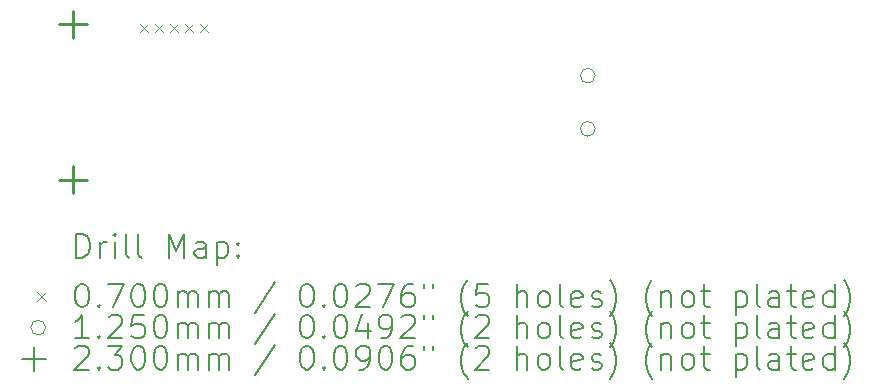
<source format=gbr>
%TF.GenerationSoftware,KiCad,Pcbnew,7.0.7*%
%TF.CreationDate,2023-09-06T15:28:24+02:00*%
%TF.ProjectId,Power Scheduler_20x49x1_6_mm,506f7765-7220-4536-9368-6564756c6572,5.3*%
%TF.SameCoordinates,Original*%
%TF.FileFunction,Drillmap*%
%TF.FilePolarity,Positive*%
%FSLAX45Y45*%
G04 Gerber Fmt 4.5, Leading zero omitted, Abs format (unit mm)*
G04 Created by KiCad (PCBNEW 7.0.7) date 2023-09-06 15:28:24*
%MOMM*%
%LPD*%
G01*
G04 APERTURE LIST*
%ADD10C,0.200000*%
%ADD11C,0.070000*%
%ADD12C,0.125000*%
%ADD13C,0.230000*%
G04 APERTURE END LIST*
D10*
D11*
X10985000Y-11285000D02*
X11055000Y-11355000D01*
X11055000Y-11285000D02*
X10985000Y-11355000D01*
X11112000Y-11285000D02*
X11182000Y-11355000D01*
X11182000Y-11285000D02*
X11112000Y-11355000D01*
X11239000Y-11285000D02*
X11309000Y-11355000D01*
X11309000Y-11285000D02*
X11239000Y-11355000D01*
X11366000Y-11285000D02*
X11436000Y-11355000D01*
X11436000Y-11285000D02*
X11366000Y-11355000D01*
X11493000Y-11285000D02*
X11563000Y-11355000D01*
X11563000Y-11285000D02*
X11493000Y-11355000D01*
D12*
X14839500Y-11721000D02*
G75*
G03*
X14839500Y-11721000I-62500J0D01*
G01*
X14839500Y-12171000D02*
G75*
G03*
X14839500Y-12171000I-62500J0D01*
G01*
D13*
X10418000Y-11172000D02*
X10418000Y-11402000D01*
X10303000Y-11287000D02*
X10533000Y-11287000D01*
X10418000Y-12486000D02*
X10418000Y-12716000D01*
X10303000Y-12601000D02*
X10533000Y-12601000D01*
D10*
X10447284Y-13261258D02*
X10447284Y-13061258D01*
X10447284Y-13061258D02*
X10494903Y-13061258D01*
X10494903Y-13061258D02*
X10523474Y-13070781D01*
X10523474Y-13070781D02*
X10542522Y-13089829D01*
X10542522Y-13089829D02*
X10552046Y-13108877D01*
X10552046Y-13108877D02*
X10561569Y-13146972D01*
X10561569Y-13146972D02*
X10561569Y-13175543D01*
X10561569Y-13175543D02*
X10552046Y-13213639D01*
X10552046Y-13213639D02*
X10542522Y-13232686D01*
X10542522Y-13232686D02*
X10523474Y-13251734D01*
X10523474Y-13251734D02*
X10494903Y-13261258D01*
X10494903Y-13261258D02*
X10447284Y-13261258D01*
X10647284Y-13261258D02*
X10647284Y-13127924D01*
X10647284Y-13166020D02*
X10656808Y-13146972D01*
X10656808Y-13146972D02*
X10666331Y-13137448D01*
X10666331Y-13137448D02*
X10685379Y-13127924D01*
X10685379Y-13127924D02*
X10704427Y-13127924D01*
X10771093Y-13261258D02*
X10771093Y-13127924D01*
X10771093Y-13061258D02*
X10761569Y-13070781D01*
X10761569Y-13070781D02*
X10771093Y-13080305D01*
X10771093Y-13080305D02*
X10780617Y-13070781D01*
X10780617Y-13070781D02*
X10771093Y-13061258D01*
X10771093Y-13061258D02*
X10771093Y-13080305D01*
X10894903Y-13261258D02*
X10875855Y-13251734D01*
X10875855Y-13251734D02*
X10866331Y-13232686D01*
X10866331Y-13232686D02*
X10866331Y-13061258D01*
X10999665Y-13261258D02*
X10980617Y-13251734D01*
X10980617Y-13251734D02*
X10971093Y-13232686D01*
X10971093Y-13232686D02*
X10971093Y-13061258D01*
X11228236Y-13261258D02*
X11228236Y-13061258D01*
X11228236Y-13061258D02*
X11294903Y-13204115D01*
X11294903Y-13204115D02*
X11361569Y-13061258D01*
X11361569Y-13061258D02*
X11361569Y-13261258D01*
X11542522Y-13261258D02*
X11542522Y-13156496D01*
X11542522Y-13156496D02*
X11532998Y-13137448D01*
X11532998Y-13137448D02*
X11513950Y-13127924D01*
X11513950Y-13127924D02*
X11475855Y-13127924D01*
X11475855Y-13127924D02*
X11456807Y-13137448D01*
X11542522Y-13251734D02*
X11523474Y-13261258D01*
X11523474Y-13261258D02*
X11475855Y-13261258D01*
X11475855Y-13261258D02*
X11456807Y-13251734D01*
X11456807Y-13251734D02*
X11447284Y-13232686D01*
X11447284Y-13232686D02*
X11447284Y-13213639D01*
X11447284Y-13213639D02*
X11456807Y-13194591D01*
X11456807Y-13194591D02*
X11475855Y-13185067D01*
X11475855Y-13185067D02*
X11523474Y-13185067D01*
X11523474Y-13185067D02*
X11542522Y-13175543D01*
X11637760Y-13127924D02*
X11637760Y-13327924D01*
X11637760Y-13137448D02*
X11656807Y-13127924D01*
X11656807Y-13127924D02*
X11694903Y-13127924D01*
X11694903Y-13127924D02*
X11713950Y-13137448D01*
X11713950Y-13137448D02*
X11723474Y-13146972D01*
X11723474Y-13146972D02*
X11732998Y-13166020D01*
X11732998Y-13166020D02*
X11732998Y-13223162D01*
X11732998Y-13223162D02*
X11723474Y-13242210D01*
X11723474Y-13242210D02*
X11713950Y-13251734D01*
X11713950Y-13251734D02*
X11694903Y-13261258D01*
X11694903Y-13261258D02*
X11656807Y-13261258D01*
X11656807Y-13261258D02*
X11637760Y-13251734D01*
X11818712Y-13242210D02*
X11828236Y-13251734D01*
X11828236Y-13251734D02*
X11818712Y-13261258D01*
X11818712Y-13261258D02*
X11809188Y-13251734D01*
X11809188Y-13251734D02*
X11818712Y-13242210D01*
X11818712Y-13242210D02*
X11818712Y-13261258D01*
X11818712Y-13137448D02*
X11828236Y-13146972D01*
X11828236Y-13146972D02*
X11818712Y-13156496D01*
X11818712Y-13156496D02*
X11809188Y-13146972D01*
X11809188Y-13146972D02*
X11818712Y-13137448D01*
X11818712Y-13137448D02*
X11818712Y-13156496D01*
D11*
X10116507Y-13554774D02*
X10186507Y-13624774D01*
X10186507Y-13554774D02*
X10116507Y-13624774D01*
D10*
X10485379Y-13481258D02*
X10504427Y-13481258D01*
X10504427Y-13481258D02*
X10523474Y-13490781D01*
X10523474Y-13490781D02*
X10532998Y-13500305D01*
X10532998Y-13500305D02*
X10542522Y-13519353D01*
X10542522Y-13519353D02*
X10552046Y-13557448D01*
X10552046Y-13557448D02*
X10552046Y-13605067D01*
X10552046Y-13605067D02*
X10542522Y-13643162D01*
X10542522Y-13643162D02*
X10532998Y-13662210D01*
X10532998Y-13662210D02*
X10523474Y-13671734D01*
X10523474Y-13671734D02*
X10504427Y-13681258D01*
X10504427Y-13681258D02*
X10485379Y-13681258D01*
X10485379Y-13681258D02*
X10466331Y-13671734D01*
X10466331Y-13671734D02*
X10456808Y-13662210D01*
X10456808Y-13662210D02*
X10447284Y-13643162D01*
X10447284Y-13643162D02*
X10437760Y-13605067D01*
X10437760Y-13605067D02*
X10437760Y-13557448D01*
X10437760Y-13557448D02*
X10447284Y-13519353D01*
X10447284Y-13519353D02*
X10456808Y-13500305D01*
X10456808Y-13500305D02*
X10466331Y-13490781D01*
X10466331Y-13490781D02*
X10485379Y-13481258D01*
X10637760Y-13662210D02*
X10647284Y-13671734D01*
X10647284Y-13671734D02*
X10637760Y-13681258D01*
X10637760Y-13681258D02*
X10628236Y-13671734D01*
X10628236Y-13671734D02*
X10637760Y-13662210D01*
X10637760Y-13662210D02*
X10637760Y-13681258D01*
X10713950Y-13481258D02*
X10847284Y-13481258D01*
X10847284Y-13481258D02*
X10761569Y-13681258D01*
X10961569Y-13481258D02*
X10980617Y-13481258D01*
X10980617Y-13481258D02*
X10999665Y-13490781D01*
X10999665Y-13490781D02*
X11009189Y-13500305D01*
X11009189Y-13500305D02*
X11018712Y-13519353D01*
X11018712Y-13519353D02*
X11028236Y-13557448D01*
X11028236Y-13557448D02*
X11028236Y-13605067D01*
X11028236Y-13605067D02*
X11018712Y-13643162D01*
X11018712Y-13643162D02*
X11009189Y-13662210D01*
X11009189Y-13662210D02*
X10999665Y-13671734D01*
X10999665Y-13671734D02*
X10980617Y-13681258D01*
X10980617Y-13681258D02*
X10961569Y-13681258D01*
X10961569Y-13681258D02*
X10942522Y-13671734D01*
X10942522Y-13671734D02*
X10932998Y-13662210D01*
X10932998Y-13662210D02*
X10923474Y-13643162D01*
X10923474Y-13643162D02*
X10913950Y-13605067D01*
X10913950Y-13605067D02*
X10913950Y-13557448D01*
X10913950Y-13557448D02*
X10923474Y-13519353D01*
X10923474Y-13519353D02*
X10932998Y-13500305D01*
X10932998Y-13500305D02*
X10942522Y-13490781D01*
X10942522Y-13490781D02*
X10961569Y-13481258D01*
X11152046Y-13481258D02*
X11171093Y-13481258D01*
X11171093Y-13481258D02*
X11190141Y-13490781D01*
X11190141Y-13490781D02*
X11199665Y-13500305D01*
X11199665Y-13500305D02*
X11209188Y-13519353D01*
X11209188Y-13519353D02*
X11218712Y-13557448D01*
X11218712Y-13557448D02*
X11218712Y-13605067D01*
X11218712Y-13605067D02*
X11209188Y-13643162D01*
X11209188Y-13643162D02*
X11199665Y-13662210D01*
X11199665Y-13662210D02*
X11190141Y-13671734D01*
X11190141Y-13671734D02*
X11171093Y-13681258D01*
X11171093Y-13681258D02*
X11152046Y-13681258D01*
X11152046Y-13681258D02*
X11132998Y-13671734D01*
X11132998Y-13671734D02*
X11123474Y-13662210D01*
X11123474Y-13662210D02*
X11113950Y-13643162D01*
X11113950Y-13643162D02*
X11104427Y-13605067D01*
X11104427Y-13605067D02*
X11104427Y-13557448D01*
X11104427Y-13557448D02*
X11113950Y-13519353D01*
X11113950Y-13519353D02*
X11123474Y-13500305D01*
X11123474Y-13500305D02*
X11132998Y-13490781D01*
X11132998Y-13490781D02*
X11152046Y-13481258D01*
X11304427Y-13681258D02*
X11304427Y-13547924D01*
X11304427Y-13566972D02*
X11313950Y-13557448D01*
X11313950Y-13557448D02*
X11332998Y-13547924D01*
X11332998Y-13547924D02*
X11361569Y-13547924D01*
X11361569Y-13547924D02*
X11380617Y-13557448D01*
X11380617Y-13557448D02*
X11390141Y-13576496D01*
X11390141Y-13576496D02*
X11390141Y-13681258D01*
X11390141Y-13576496D02*
X11399665Y-13557448D01*
X11399665Y-13557448D02*
X11418712Y-13547924D01*
X11418712Y-13547924D02*
X11447284Y-13547924D01*
X11447284Y-13547924D02*
X11466331Y-13557448D01*
X11466331Y-13557448D02*
X11475855Y-13576496D01*
X11475855Y-13576496D02*
X11475855Y-13681258D01*
X11571093Y-13681258D02*
X11571093Y-13547924D01*
X11571093Y-13566972D02*
X11580617Y-13557448D01*
X11580617Y-13557448D02*
X11599665Y-13547924D01*
X11599665Y-13547924D02*
X11628236Y-13547924D01*
X11628236Y-13547924D02*
X11647284Y-13557448D01*
X11647284Y-13557448D02*
X11656808Y-13576496D01*
X11656808Y-13576496D02*
X11656808Y-13681258D01*
X11656808Y-13576496D02*
X11666331Y-13557448D01*
X11666331Y-13557448D02*
X11685379Y-13547924D01*
X11685379Y-13547924D02*
X11713950Y-13547924D01*
X11713950Y-13547924D02*
X11732998Y-13557448D01*
X11732998Y-13557448D02*
X11742522Y-13576496D01*
X11742522Y-13576496D02*
X11742522Y-13681258D01*
X12132998Y-13471734D02*
X11961570Y-13728877D01*
X12390141Y-13481258D02*
X12409189Y-13481258D01*
X12409189Y-13481258D02*
X12428236Y-13490781D01*
X12428236Y-13490781D02*
X12437760Y-13500305D01*
X12437760Y-13500305D02*
X12447284Y-13519353D01*
X12447284Y-13519353D02*
X12456808Y-13557448D01*
X12456808Y-13557448D02*
X12456808Y-13605067D01*
X12456808Y-13605067D02*
X12447284Y-13643162D01*
X12447284Y-13643162D02*
X12437760Y-13662210D01*
X12437760Y-13662210D02*
X12428236Y-13671734D01*
X12428236Y-13671734D02*
X12409189Y-13681258D01*
X12409189Y-13681258D02*
X12390141Y-13681258D01*
X12390141Y-13681258D02*
X12371093Y-13671734D01*
X12371093Y-13671734D02*
X12361570Y-13662210D01*
X12361570Y-13662210D02*
X12352046Y-13643162D01*
X12352046Y-13643162D02*
X12342522Y-13605067D01*
X12342522Y-13605067D02*
X12342522Y-13557448D01*
X12342522Y-13557448D02*
X12352046Y-13519353D01*
X12352046Y-13519353D02*
X12361570Y-13500305D01*
X12361570Y-13500305D02*
X12371093Y-13490781D01*
X12371093Y-13490781D02*
X12390141Y-13481258D01*
X12542522Y-13662210D02*
X12552046Y-13671734D01*
X12552046Y-13671734D02*
X12542522Y-13681258D01*
X12542522Y-13681258D02*
X12532998Y-13671734D01*
X12532998Y-13671734D02*
X12542522Y-13662210D01*
X12542522Y-13662210D02*
X12542522Y-13681258D01*
X12675855Y-13481258D02*
X12694903Y-13481258D01*
X12694903Y-13481258D02*
X12713951Y-13490781D01*
X12713951Y-13490781D02*
X12723474Y-13500305D01*
X12723474Y-13500305D02*
X12732998Y-13519353D01*
X12732998Y-13519353D02*
X12742522Y-13557448D01*
X12742522Y-13557448D02*
X12742522Y-13605067D01*
X12742522Y-13605067D02*
X12732998Y-13643162D01*
X12732998Y-13643162D02*
X12723474Y-13662210D01*
X12723474Y-13662210D02*
X12713951Y-13671734D01*
X12713951Y-13671734D02*
X12694903Y-13681258D01*
X12694903Y-13681258D02*
X12675855Y-13681258D01*
X12675855Y-13681258D02*
X12656808Y-13671734D01*
X12656808Y-13671734D02*
X12647284Y-13662210D01*
X12647284Y-13662210D02*
X12637760Y-13643162D01*
X12637760Y-13643162D02*
X12628236Y-13605067D01*
X12628236Y-13605067D02*
X12628236Y-13557448D01*
X12628236Y-13557448D02*
X12637760Y-13519353D01*
X12637760Y-13519353D02*
X12647284Y-13500305D01*
X12647284Y-13500305D02*
X12656808Y-13490781D01*
X12656808Y-13490781D02*
X12675855Y-13481258D01*
X12818712Y-13500305D02*
X12828236Y-13490781D01*
X12828236Y-13490781D02*
X12847284Y-13481258D01*
X12847284Y-13481258D02*
X12894903Y-13481258D01*
X12894903Y-13481258D02*
X12913951Y-13490781D01*
X12913951Y-13490781D02*
X12923474Y-13500305D01*
X12923474Y-13500305D02*
X12932998Y-13519353D01*
X12932998Y-13519353D02*
X12932998Y-13538400D01*
X12932998Y-13538400D02*
X12923474Y-13566972D01*
X12923474Y-13566972D02*
X12809189Y-13681258D01*
X12809189Y-13681258D02*
X12932998Y-13681258D01*
X12999665Y-13481258D02*
X13132998Y-13481258D01*
X13132998Y-13481258D02*
X13047284Y-13681258D01*
X13294903Y-13481258D02*
X13256808Y-13481258D01*
X13256808Y-13481258D02*
X13237760Y-13490781D01*
X13237760Y-13490781D02*
X13228236Y-13500305D01*
X13228236Y-13500305D02*
X13209189Y-13528877D01*
X13209189Y-13528877D02*
X13199665Y-13566972D01*
X13199665Y-13566972D02*
X13199665Y-13643162D01*
X13199665Y-13643162D02*
X13209189Y-13662210D01*
X13209189Y-13662210D02*
X13218712Y-13671734D01*
X13218712Y-13671734D02*
X13237760Y-13681258D01*
X13237760Y-13681258D02*
X13275855Y-13681258D01*
X13275855Y-13681258D02*
X13294903Y-13671734D01*
X13294903Y-13671734D02*
X13304427Y-13662210D01*
X13304427Y-13662210D02*
X13313951Y-13643162D01*
X13313951Y-13643162D02*
X13313951Y-13595543D01*
X13313951Y-13595543D02*
X13304427Y-13576496D01*
X13304427Y-13576496D02*
X13294903Y-13566972D01*
X13294903Y-13566972D02*
X13275855Y-13557448D01*
X13275855Y-13557448D02*
X13237760Y-13557448D01*
X13237760Y-13557448D02*
X13218712Y-13566972D01*
X13218712Y-13566972D02*
X13209189Y-13576496D01*
X13209189Y-13576496D02*
X13199665Y-13595543D01*
X13390141Y-13481258D02*
X13390141Y-13519353D01*
X13466332Y-13481258D02*
X13466332Y-13519353D01*
X13761570Y-13757448D02*
X13752046Y-13747924D01*
X13752046Y-13747924D02*
X13732998Y-13719353D01*
X13732998Y-13719353D02*
X13723474Y-13700305D01*
X13723474Y-13700305D02*
X13713951Y-13671734D01*
X13713951Y-13671734D02*
X13704427Y-13624115D01*
X13704427Y-13624115D02*
X13704427Y-13586020D01*
X13704427Y-13586020D02*
X13713951Y-13538400D01*
X13713951Y-13538400D02*
X13723474Y-13509829D01*
X13723474Y-13509829D02*
X13732998Y-13490781D01*
X13732998Y-13490781D02*
X13752046Y-13462210D01*
X13752046Y-13462210D02*
X13761570Y-13452686D01*
X13932998Y-13481258D02*
X13837760Y-13481258D01*
X13837760Y-13481258D02*
X13828236Y-13576496D01*
X13828236Y-13576496D02*
X13837760Y-13566972D01*
X13837760Y-13566972D02*
X13856808Y-13557448D01*
X13856808Y-13557448D02*
X13904427Y-13557448D01*
X13904427Y-13557448D02*
X13923474Y-13566972D01*
X13923474Y-13566972D02*
X13932998Y-13576496D01*
X13932998Y-13576496D02*
X13942522Y-13595543D01*
X13942522Y-13595543D02*
X13942522Y-13643162D01*
X13942522Y-13643162D02*
X13932998Y-13662210D01*
X13932998Y-13662210D02*
X13923474Y-13671734D01*
X13923474Y-13671734D02*
X13904427Y-13681258D01*
X13904427Y-13681258D02*
X13856808Y-13681258D01*
X13856808Y-13681258D02*
X13837760Y-13671734D01*
X13837760Y-13671734D02*
X13828236Y-13662210D01*
X14180617Y-13681258D02*
X14180617Y-13481258D01*
X14266332Y-13681258D02*
X14266332Y-13576496D01*
X14266332Y-13576496D02*
X14256808Y-13557448D01*
X14256808Y-13557448D02*
X14237760Y-13547924D01*
X14237760Y-13547924D02*
X14209189Y-13547924D01*
X14209189Y-13547924D02*
X14190141Y-13557448D01*
X14190141Y-13557448D02*
X14180617Y-13566972D01*
X14390141Y-13681258D02*
X14371094Y-13671734D01*
X14371094Y-13671734D02*
X14361570Y-13662210D01*
X14361570Y-13662210D02*
X14352046Y-13643162D01*
X14352046Y-13643162D02*
X14352046Y-13586020D01*
X14352046Y-13586020D02*
X14361570Y-13566972D01*
X14361570Y-13566972D02*
X14371094Y-13557448D01*
X14371094Y-13557448D02*
X14390141Y-13547924D01*
X14390141Y-13547924D02*
X14418713Y-13547924D01*
X14418713Y-13547924D02*
X14437760Y-13557448D01*
X14437760Y-13557448D02*
X14447284Y-13566972D01*
X14447284Y-13566972D02*
X14456808Y-13586020D01*
X14456808Y-13586020D02*
X14456808Y-13643162D01*
X14456808Y-13643162D02*
X14447284Y-13662210D01*
X14447284Y-13662210D02*
X14437760Y-13671734D01*
X14437760Y-13671734D02*
X14418713Y-13681258D01*
X14418713Y-13681258D02*
X14390141Y-13681258D01*
X14571094Y-13681258D02*
X14552046Y-13671734D01*
X14552046Y-13671734D02*
X14542522Y-13652686D01*
X14542522Y-13652686D02*
X14542522Y-13481258D01*
X14723475Y-13671734D02*
X14704427Y-13681258D01*
X14704427Y-13681258D02*
X14666332Y-13681258D01*
X14666332Y-13681258D02*
X14647284Y-13671734D01*
X14647284Y-13671734D02*
X14637760Y-13652686D01*
X14637760Y-13652686D02*
X14637760Y-13576496D01*
X14637760Y-13576496D02*
X14647284Y-13557448D01*
X14647284Y-13557448D02*
X14666332Y-13547924D01*
X14666332Y-13547924D02*
X14704427Y-13547924D01*
X14704427Y-13547924D02*
X14723475Y-13557448D01*
X14723475Y-13557448D02*
X14732998Y-13576496D01*
X14732998Y-13576496D02*
X14732998Y-13595543D01*
X14732998Y-13595543D02*
X14637760Y-13614591D01*
X14809189Y-13671734D02*
X14828236Y-13681258D01*
X14828236Y-13681258D02*
X14866332Y-13681258D01*
X14866332Y-13681258D02*
X14885379Y-13671734D01*
X14885379Y-13671734D02*
X14894903Y-13652686D01*
X14894903Y-13652686D02*
X14894903Y-13643162D01*
X14894903Y-13643162D02*
X14885379Y-13624115D01*
X14885379Y-13624115D02*
X14866332Y-13614591D01*
X14866332Y-13614591D02*
X14837760Y-13614591D01*
X14837760Y-13614591D02*
X14818713Y-13605067D01*
X14818713Y-13605067D02*
X14809189Y-13586020D01*
X14809189Y-13586020D02*
X14809189Y-13576496D01*
X14809189Y-13576496D02*
X14818713Y-13557448D01*
X14818713Y-13557448D02*
X14837760Y-13547924D01*
X14837760Y-13547924D02*
X14866332Y-13547924D01*
X14866332Y-13547924D02*
X14885379Y-13557448D01*
X14961570Y-13757448D02*
X14971094Y-13747924D01*
X14971094Y-13747924D02*
X14990141Y-13719353D01*
X14990141Y-13719353D02*
X14999665Y-13700305D01*
X14999665Y-13700305D02*
X15009189Y-13671734D01*
X15009189Y-13671734D02*
X15018713Y-13624115D01*
X15018713Y-13624115D02*
X15018713Y-13586020D01*
X15018713Y-13586020D02*
X15009189Y-13538400D01*
X15009189Y-13538400D02*
X14999665Y-13509829D01*
X14999665Y-13509829D02*
X14990141Y-13490781D01*
X14990141Y-13490781D02*
X14971094Y-13462210D01*
X14971094Y-13462210D02*
X14961570Y-13452686D01*
X15323475Y-13757448D02*
X15313951Y-13747924D01*
X15313951Y-13747924D02*
X15294903Y-13719353D01*
X15294903Y-13719353D02*
X15285379Y-13700305D01*
X15285379Y-13700305D02*
X15275856Y-13671734D01*
X15275856Y-13671734D02*
X15266332Y-13624115D01*
X15266332Y-13624115D02*
X15266332Y-13586020D01*
X15266332Y-13586020D02*
X15275856Y-13538400D01*
X15275856Y-13538400D02*
X15285379Y-13509829D01*
X15285379Y-13509829D02*
X15294903Y-13490781D01*
X15294903Y-13490781D02*
X15313951Y-13462210D01*
X15313951Y-13462210D02*
X15323475Y-13452686D01*
X15399665Y-13547924D02*
X15399665Y-13681258D01*
X15399665Y-13566972D02*
X15409189Y-13557448D01*
X15409189Y-13557448D02*
X15428236Y-13547924D01*
X15428236Y-13547924D02*
X15456808Y-13547924D01*
X15456808Y-13547924D02*
X15475856Y-13557448D01*
X15475856Y-13557448D02*
X15485379Y-13576496D01*
X15485379Y-13576496D02*
X15485379Y-13681258D01*
X15609189Y-13681258D02*
X15590141Y-13671734D01*
X15590141Y-13671734D02*
X15580617Y-13662210D01*
X15580617Y-13662210D02*
X15571094Y-13643162D01*
X15571094Y-13643162D02*
X15571094Y-13586020D01*
X15571094Y-13586020D02*
X15580617Y-13566972D01*
X15580617Y-13566972D02*
X15590141Y-13557448D01*
X15590141Y-13557448D02*
X15609189Y-13547924D01*
X15609189Y-13547924D02*
X15637760Y-13547924D01*
X15637760Y-13547924D02*
X15656808Y-13557448D01*
X15656808Y-13557448D02*
X15666332Y-13566972D01*
X15666332Y-13566972D02*
X15675856Y-13586020D01*
X15675856Y-13586020D02*
X15675856Y-13643162D01*
X15675856Y-13643162D02*
X15666332Y-13662210D01*
X15666332Y-13662210D02*
X15656808Y-13671734D01*
X15656808Y-13671734D02*
X15637760Y-13681258D01*
X15637760Y-13681258D02*
X15609189Y-13681258D01*
X15732998Y-13547924D02*
X15809189Y-13547924D01*
X15761570Y-13481258D02*
X15761570Y-13652686D01*
X15761570Y-13652686D02*
X15771094Y-13671734D01*
X15771094Y-13671734D02*
X15790141Y-13681258D01*
X15790141Y-13681258D02*
X15809189Y-13681258D01*
X16028237Y-13547924D02*
X16028237Y-13747924D01*
X16028237Y-13557448D02*
X16047284Y-13547924D01*
X16047284Y-13547924D02*
X16085379Y-13547924D01*
X16085379Y-13547924D02*
X16104427Y-13557448D01*
X16104427Y-13557448D02*
X16113951Y-13566972D01*
X16113951Y-13566972D02*
X16123475Y-13586020D01*
X16123475Y-13586020D02*
X16123475Y-13643162D01*
X16123475Y-13643162D02*
X16113951Y-13662210D01*
X16113951Y-13662210D02*
X16104427Y-13671734D01*
X16104427Y-13671734D02*
X16085379Y-13681258D01*
X16085379Y-13681258D02*
X16047284Y-13681258D01*
X16047284Y-13681258D02*
X16028237Y-13671734D01*
X16237760Y-13681258D02*
X16218713Y-13671734D01*
X16218713Y-13671734D02*
X16209189Y-13652686D01*
X16209189Y-13652686D02*
X16209189Y-13481258D01*
X16399665Y-13681258D02*
X16399665Y-13576496D01*
X16399665Y-13576496D02*
X16390141Y-13557448D01*
X16390141Y-13557448D02*
X16371094Y-13547924D01*
X16371094Y-13547924D02*
X16332998Y-13547924D01*
X16332998Y-13547924D02*
X16313951Y-13557448D01*
X16399665Y-13671734D02*
X16380618Y-13681258D01*
X16380618Y-13681258D02*
X16332998Y-13681258D01*
X16332998Y-13681258D02*
X16313951Y-13671734D01*
X16313951Y-13671734D02*
X16304427Y-13652686D01*
X16304427Y-13652686D02*
X16304427Y-13633639D01*
X16304427Y-13633639D02*
X16313951Y-13614591D01*
X16313951Y-13614591D02*
X16332998Y-13605067D01*
X16332998Y-13605067D02*
X16380618Y-13605067D01*
X16380618Y-13605067D02*
X16399665Y-13595543D01*
X16466332Y-13547924D02*
X16542522Y-13547924D01*
X16494903Y-13481258D02*
X16494903Y-13652686D01*
X16494903Y-13652686D02*
X16504427Y-13671734D01*
X16504427Y-13671734D02*
X16523475Y-13681258D01*
X16523475Y-13681258D02*
X16542522Y-13681258D01*
X16685379Y-13671734D02*
X16666332Y-13681258D01*
X16666332Y-13681258D02*
X16628237Y-13681258D01*
X16628237Y-13681258D02*
X16609189Y-13671734D01*
X16609189Y-13671734D02*
X16599665Y-13652686D01*
X16599665Y-13652686D02*
X16599665Y-13576496D01*
X16599665Y-13576496D02*
X16609189Y-13557448D01*
X16609189Y-13557448D02*
X16628237Y-13547924D01*
X16628237Y-13547924D02*
X16666332Y-13547924D01*
X16666332Y-13547924D02*
X16685379Y-13557448D01*
X16685379Y-13557448D02*
X16694903Y-13576496D01*
X16694903Y-13576496D02*
X16694903Y-13595543D01*
X16694903Y-13595543D02*
X16599665Y-13614591D01*
X16866332Y-13681258D02*
X16866332Y-13481258D01*
X16866332Y-13671734D02*
X16847284Y-13681258D01*
X16847284Y-13681258D02*
X16809189Y-13681258D01*
X16809189Y-13681258D02*
X16790141Y-13671734D01*
X16790141Y-13671734D02*
X16780618Y-13662210D01*
X16780618Y-13662210D02*
X16771094Y-13643162D01*
X16771094Y-13643162D02*
X16771094Y-13586020D01*
X16771094Y-13586020D02*
X16780618Y-13566972D01*
X16780618Y-13566972D02*
X16790141Y-13557448D01*
X16790141Y-13557448D02*
X16809189Y-13547924D01*
X16809189Y-13547924D02*
X16847284Y-13547924D01*
X16847284Y-13547924D02*
X16866332Y-13557448D01*
X16942522Y-13757448D02*
X16952046Y-13747924D01*
X16952046Y-13747924D02*
X16971094Y-13719353D01*
X16971094Y-13719353D02*
X16980618Y-13700305D01*
X16980618Y-13700305D02*
X16990141Y-13671734D01*
X16990141Y-13671734D02*
X16999665Y-13624115D01*
X16999665Y-13624115D02*
X16999665Y-13586020D01*
X16999665Y-13586020D02*
X16990141Y-13538400D01*
X16990141Y-13538400D02*
X16980618Y-13509829D01*
X16980618Y-13509829D02*
X16971094Y-13490781D01*
X16971094Y-13490781D02*
X16952046Y-13462210D01*
X16952046Y-13462210D02*
X16942522Y-13452686D01*
D12*
X10186507Y-13853774D02*
G75*
G03*
X10186507Y-13853774I-62500J0D01*
G01*
D10*
X10552046Y-13945258D02*
X10437760Y-13945258D01*
X10494903Y-13945258D02*
X10494903Y-13745258D01*
X10494903Y-13745258D02*
X10475855Y-13773829D01*
X10475855Y-13773829D02*
X10456808Y-13792877D01*
X10456808Y-13792877D02*
X10437760Y-13802400D01*
X10637760Y-13926210D02*
X10647284Y-13935734D01*
X10647284Y-13935734D02*
X10637760Y-13945258D01*
X10637760Y-13945258D02*
X10628236Y-13935734D01*
X10628236Y-13935734D02*
X10637760Y-13926210D01*
X10637760Y-13926210D02*
X10637760Y-13945258D01*
X10723474Y-13764305D02*
X10732998Y-13754781D01*
X10732998Y-13754781D02*
X10752046Y-13745258D01*
X10752046Y-13745258D02*
X10799665Y-13745258D01*
X10799665Y-13745258D02*
X10818712Y-13754781D01*
X10818712Y-13754781D02*
X10828236Y-13764305D01*
X10828236Y-13764305D02*
X10837760Y-13783353D01*
X10837760Y-13783353D02*
X10837760Y-13802400D01*
X10837760Y-13802400D02*
X10828236Y-13830972D01*
X10828236Y-13830972D02*
X10713950Y-13945258D01*
X10713950Y-13945258D02*
X10837760Y-13945258D01*
X11018712Y-13745258D02*
X10923474Y-13745258D01*
X10923474Y-13745258D02*
X10913950Y-13840496D01*
X10913950Y-13840496D02*
X10923474Y-13830972D01*
X10923474Y-13830972D02*
X10942522Y-13821448D01*
X10942522Y-13821448D02*
X10990141Y-13821448D01*
X10990141Y-13821448D02*
X11009189Y-13830972D01*
X11009189Y-13830972D02*
X11018712Y-13840496D01*
X11018712Y-13840496D02*
X11028236Y-13859543D01*
X11028236Y-13859543D02*
X11028236Y-13907162D01*
X11028236Y-13907162D02*
X11018712Y-13926210D01*
X11018712Y-13926210D02*
X11009189Y-13935734D01*
X11009189Y-13935734D02*
X10990141Y-13945258D01*
X10990141Y-13945258D02*
X10942522Y-13945258D01*
X10942522Y-13945258D02*
X10923474Y-13935734D01*
X10923474Y-13935734D02*
X10913950Y-13926210D01*
X11152046Y-13745258D02*
X11171093Y-13745258D01*
X11171093Y-13745258D02*
X11190141Y-13754781D01*
X11190141Y-13754781D02*
X11199665Y-13764305D01*
X11199665Y-13764305D02*
X11209188Y-13783353D01*
X11209188Y-13783353D02*
X11218712Y-13821448D01*
X11218712Y-13821448D02*
X11218712Y-13869067D01*
X11218712Y-13869067D02*
X11209188Y-13907162D01*
X11209188Y-13907162D02*
X11199665Y-13926210D01*
X11199665Y-13926210D02*
X11190141Y-13935734D01*
X11190141Y-13935734D02*
X11171093Y-13945258D01*
X11171093Y-13945258D02*
X11152046Y-13945258D01*
X11152046Y-13945258D02*
X11132998Y-13935734D01*
X11132998Y-13935734D02*
X11123474Y-13926210D01*
X11123474Y-13926210D02*
X11113950Y-13907162D01*
X11113950Y-13907162D02*
X11104427Y-13869067D01*
X11104427Y-13869067D02*
X11104427Y-13821448D01*
X11104427Y-13821448D02*
X11113950Y-13783353D01*
X11113950Y-13783353D02*
X11123474Y-13764305D01*
X11123474Y-13764305D02*
X11132998Y-13754781D01*
X11132998Y-13754781D02*
X11152046Y-13745258D01*
X11304427Y-13945258D02*
X11304427Y-13811924D01*
X11304427Y-13830972D02*
X11313950Y-13821448D01*
X11313950Y-13821448D02*
X11332998Y-13811924D01*
X11332998Y-13811924D02*
X11361569Y-13811924D01*
X11361569Y-13811924D02*
X11380617Y-13821448D01*
X11380617Y-13821448D02*
X11390141Y-13840496D01*
X11390141Y-13840496D02*
X11390141Y-13945258D01*
X11390141Y-13840496D02*
X11399665Y-13821448D01*
X11399665Y-13821448D02*
X11418712Y-13811924D01*
X11418712Y-13811924D02*
X11447284Y-13811924D01*
X11447284Y-13811924D02*
X11466331Y-13821448D01*
X11466331Y-13821448D02*
X11475855Y-13840496D01*
X11475855Y-13840496D02*
X11475855Y-13945258D01*
X11571093Y-13945258D02*
X11571093Y-13811924D01*
X11571093Y-13830972D02*
X11580617Y-13821448D01*
X11580617Y-13821448D02*
X11599665Y-13811924D01*
X11599665Y-13811924D02*
X11628236Y-13811924D01*
X11628236Y-13811924D02*
X11647284Y-13821448D01*
X11647284Y-13821448D02*
X11656808Y-13840496D01*
X11656808Y-13840496D02*
X11656808Y-13945258D01*
X11656808Y-13840496D02*
X11666331Y-13821448D01*
X11666331Y-13821448D02*
X11685379Y-13811924D01*
X11685379Y-13811924D02*
X11713950Y-13811924D01*
X11713950Y-13811924D02*
X11732998Y-13821448D01*
X11732998Y-13821448D02*
X11742522Y-13840496D01*
X11742522Y-13840496D02*
X11742522Y-13945258D01*
X12132998Y-13735734D02*
X11961570Y-13992877D01*
X12390141Y-13745258D02*
X12409189Y-13745258D01*
X12409189Y-13745258D02*
X12428236Y-13754781D01*
X12428236Y-13754781D02*
X12437760Y-13764305D01*
X12437760Y-13764305D02*
X12447284Y-13783353D01*
X12447284Y-13783353D02*
X12456808Y-13821448D01*
X12456808Y-13821448D02*
X12456808Y-13869067D01*
X12456808Y-13869067D02*
X12447284Y-13907162D01*
X12447284Y-13907162D02*
X12437760Y-13926210D01*
X12437760Y-13926210D02*
X12428236Y-13935734D01*
X12428236Y-13935734D02*
X12409189Y-13945258D01*
X12409189Y-13945258D02*
X12390141Y-13945258D01*
X12390141Y-13945258D02*
X12371093Y-13935734D01*
X12371093Y-13935734D02*
X12361570Y-13926210D01*
X12361570Y-13926210D02*
X12352046Y-13907162D01*
X12352046Y-13907162D02*
X12342522Y-13869067D01*
X12342522Y-13869067D02*
X12342522Y-13821448D01*
X12342522Y-13821448D02*
X12352046Y-13783353D01*
X12352046Y-13783353D02*
X12361570Y-13764305D01*
X12361570Y-13764305D02*
X12371093Y-13754781D01*
X12371093Y-13754781D02*
X12390141Y-13745258D01*
X12542522Y-13926210D02*
X12552046Y-13935734D01*
X12552046Y-13935734D02*
X12542522Y-13945258D01*
X12542522Y-13945258D02*
X12532998Y-13935734D01*
X12532998Y-13935734D02*
X12542522Y-13926210D01*
X12542522Y-13926210D02*
X12542522Y-13945258D01*
X12675855Y-13745258D02*
X12694903Y-13745258D01*
X12694903Y-13745258D02*
X12713951Y-13754781D01*
X12713951Y-13754781D02*
X12723474Y-13764305D01*
X12723474Y-13764305D02*
X12732998Y-13783353D01*
X12732998Y-13783353D02*
X12742522Y-13821448D01*
X12742522Y-13821448D02*
X12742522Y-13869067D01*
X12742522Y-13869067D02*
X12732998Y-13907162D01*
X12732998Y-13907162D02*
X12723474Y-13926210D01*
X12723474Y-13926210D02*
X12713951Y-13935734D01*
X12713951Y-13935734D02*
X12694903Y-13945258D01*
X12694903Y-13945258D02*
X12675855Y-13945258D01*
X12675855Y-13945258D02*
X12656808Y-13935734D01*
X12656808Y-13935734D02*
X12647284Y-13926210D01*
X12647284Y-13926210D02*
X12637760Y-13907162D01*
X12637760Y-13907162D02*
X12628236Y-13869067D01*
X12628236Y-13869067D02*
X12628236Y-13821448D01*
X12628236Y-13821448D02*
X12637760Y-13783353D01*
X12637760Y-13783353D02*
X12647284Y-13764305D01*
X12647284Y-13764305D02*
X12656808Y-13754781D01*
X12656808Y-13754781D02*
X12675855Y-13745258D01*
X12913951Y-13811924D02*
X12913951Y-13945258D01*
X12866331Y-13735734D02*
X12818712Y-13878591D01*
X12818712Y-13878591D02*
X12942522Y-13878591D01*
X13028236Y-13945258D02*
X13066331Y-13945258D01*
X13066331Y-13945258D02*
X13085379Y-13935734D01*
X13085379Y-13935734D02*
X13094903Y-13926210D01*
X13094903Y-13926210D02*
X13113951Y-13897639D01*
X13113951Y-13897639D02*
X13123474Y-13859543D01*
X13123474Y-13859543D02*
X13123474Y-13783353D01*
X13123474Y-13783353D02*
X13113951Y-13764305D01*
X13113951Y-13764305D02*
X13104427Y-13754781D01*
X13104427Y-13754781D02*
X13085379Y-13745258D01*
X13085379Y-13745258D02*
X13047284Y-13745258D01*
X13047284Y-13745258D02*
X13028236Y-13754781D01*
X13028236Y-13754781D02*
X13018712Y-13764305D01*
X13018712Y-13764305D02*
X13009189Y-13783353D01*
X13009189Y-13783353D02*
X13009189Y-13830972D01*
X13009189Y-13830972D02*
X13018712Y-13850020D01*
X13018712Y-13850020D02*
X13028236Y-13859543D01*
X13028236Y-13859543D02*
X13047284Y-13869067D01*
X13047284Y-13869067D02*
X13085379Y-13869067D01*
X13085379Y-13869067D02*
X13104427Y-13859543D01*
X13104427Y-13859543D02*
X13113951Y-13850020D01*
X13113951Y-13850020D02*
X13123474Y-13830972D01*
X13199665Y-13764305D02*
X13209189Y-13754781D01*
X13209189Y-13754781D02*
X13228236Y-13745258D01*
X13228236Y-13745258D02*
X13275855Y-13745258D01*
X13275855Y-13745258D02*
X13294903Y-13754781D01*
X13294903Y-13754781D02*
X13304427Y-13764305D01*
X13304427Y-13764305D02*
X13313951Y-13783353D01*
X13313951Y-13783353D02*
X13313951Y-13802400D01*
X13313951Y-13802400D02*
X13304427Y-13830972D01*
X13304427Y-13830972D02*
X13190141Y-13945258D01*
X13190141Y-13945258D02*
X13313951Y-13945258D01*
X13390141Y-13745258D02*
X13390141Y-13783353D01*
X13466332Y-13745258D02*
X13466332Y-13783353D01*
X13761570Y-14021448D02*
X13752046Y-14011924D01*
X13752046Y-14011924D02*
X13732998Y-13983353D01*
X13732998Y-13983353D02*
X13723474Y-13964305D01*
X13723474Y-13964305D02*
X13713951Y-13935734D01*
X13713951Y-13935734D02*
X13704427Y-13888115D01*
X13704427Y-13888115D02*
X13704427Y-13850020D01*
X13704427Y-13850020D02*
X13713951Y-13802400D01*
X13713951Y-13802400D02*
X13723474Y-13773829D01*
X13723474Y-13773829D02*
X13732998Y-13754781D01*
X13732998Y-13754781D02*
X13752046Y-13726210D01*
X13752046Y-13726210D02*
X13761570Y-13716686D01*
X13828236Y-13764305D02*
X13837760Y-13754781D01*
X13837760Y-13754781D02*
X13856808Y-13745258D01*
X13856808Y-13745258D02*
X13904427Y-13745258D01*
X13904427Y-13745258D02*
X13923474Y-13754781D01*
X13923474Y-13754781D02*
X13932998Y-13764305D01*
X13932998Y-13764305D02*
X13942522Y-13783353D01*
X13942522Y-13783353D02*
X13942522Y-13802400D01*
X13942522Y-13802400D02*
X13932998Y-13830972D01*
X13932998Y-13830972D02*
X13818713Y-13945258D01*
X13818713Y-13945258D02*
X13942522Y-13945258D01*
X14180617Y-13945258D02*
X14180617Y-13745258D01*
X14266332Y-13945258D02*
X14266332Y-13840496D01*
X14266332Y-13840496D02*
X14256808Y-13821448D01*
X14256808Y-13821448D02*
X14237760Y-13811924D01*
X14237760Y-13811924D02*
X14209189Y-13811924D01*
X14209189Y-13811924D02*
X14190141Y-13821448D01*
X14190141Y-13821448D02*
X14180617Y-13830972D01*
X14390141Y-13945258D02*
X14371094Y-13935734D01*
X14371094Y-13935734D02*
X14361570Y-13926210D01*
X14361570Y-13926210D02*
X14352046Y-13907162D01*
X14352046Y-13907162D02*
X14352046Y-13850020D01*
X14352046Y-13850020D02*
X14361570Y-13830972D01*
X14361570Y-13830972D02*
X14371094Y-13821448D01*
X14371094Y-13821448D02*
X14390141Y-13811924D01*
X14390141Y-13811924D02*
X14418713Y-13811924D01*
X14418713Y-13811924D02*
X14437760Y-13821448D01*
X14437760Y-13821448D02*
X14447284Y-13830972D01*
X14447284Y-13830972D02*
X14456808Y-13850020D01*
X14456808Y-13850020D02*
X14456808Y-13907162D01*
X14456808Y-13907162D02*
X14447284Y-13926210D01*
X14447284Y-13926210D02*
X14437760Y-13935734D01*
X14437760Y-13935734D02*
X14418713Y-13945258D01*
X14418713Y-13945258D02*
X14390141Y-13945258D01*
X14571094Y-13945258D02*
X14552046Y-13935734D01*
X14552046Y-13935734D02*
X14542522Y-13916686D01*
X14542522Y-13916686D02*
X14542522Y-13745258D01*
X14723475Y-13935734D02*
X14704427Y-13945258D01*
X14704427Y-13945258D02*
X14666332Y-13945258D01*
X14666332Y-13945258D02*
X14647284Y-13935734D01*
X14647284Y-13935734D02*
X14637760Y-13916686D01*
X14637760Y-13916686D02*
X14637760Y-13840496D01*
X14637760Y-13840496D02*
X14647284Y-13821448D01*
X14647284Y-13821448D02*
X14666332Y-13811924D01*
X14666332Y-13811924D02*
X14704427Y-13811924D01*
X14704427Y-13811924D02*
X14723475Y-13821448D01*
X14723475Y-13821448D02*
X14732998Y-13840496D01*
X14732998Y-13840496D02*
X14732998Y-13859543D01*
X14732998Y-13859543D02*
X14637760Y-13878591D01*
X14809189Y-13935734D02*
X14828236Y-13945258D01*
X14828236Y-13945258D02*
X14866332Y-13945258D01*
X14866332Y-13945258D02*
X14885379Y-13935734D01*
X14885379Y-13935734D02*
X14894903Y-13916686D01*
X14894903Y-13916686D02*
X14894903Y-13907162D01*
X14894903Y-13907162D02*
X14885379Y-13888115D01*
X14885379Y-13888115D02*
X14866332Y-13878591D01*
X14866332Y-13878591D02*
X14837760Y-13878591D01*
X14837760Y-13878591D02*
X14818713Y-13869067D01*
X14818713Y-13869067D02*
X14809189Y-13850020D01*
X14809189Y-13850020D02*
X14809189Y-13840496D01*
X14809189Y-13840496D02*
X14818713Y-13821448D01*
X14818713Y-13821448D02*
X14837760Y-13811924D01*
X14837760Y-13811924D02*
X14866332Y-13811924D01*
X14866332Y-13811924D02*
X14885379Y-13821448D01*
X14961570Y-14021448D02*
X14971094Y-14011924D01*
X14971094Y-14011924D02*
X14990141Y-13983353D01*
X14990141Y-13983353D02*
X14999665Y-13964305D01*
X14999665Y-13964305D02*
X15009189Y-13935734D01*
X15009189Y-13935734D02*
X15018713Y-13888115D01*
X15018713Y-13888115D02*
X15018713Y-13850020D01*
X15018713Y-13850020D02*
X15009189Y-13802400D01*
X15009189Y-13802400D02*
X14999665Y-13773829D01*
X14999665Y-13773829D02*
X14990141Y-13754781D01*
X14990141Y-13754781D02*
X14971094Y-13726210D01*
X14971094Y-13726210D02*
X14961570Y-13716686D01*
X15323475Y-14021448D02*
X15313951Y-14011924D01*
X15313951Y-14011924D02*
X15294903Y-13983353D01*
X15294903Y-13983353D02*
X15285379Y-13964305D01*
X15285379Y-13964305D02*
X15275856Y-13935734D01*
X15275856Y-13935734D02*
X15266332Y-13888115D01*
X15266332Y-13888115D02*
X15266332Y-13850020D01*
X15266332Y-13850020D02*
X15275856Y-13802400D01*
X15275856Y-13802400D02*
X15285379Y-13773829D01*
X15285379Y-13773829D02*
X15294903Y-13754781D01*
X15294903Y-13754781D02*
X15313951Y-13726210D01*
X15313951Y-13726210D02*
X15323475Y-13716686D01*
X15399665Y-13811924D02*
X15399665Y-13945258D01*
X15399665Y-13830972D02*
X15409189Y-13821448D01*
X15409189Y-13821448D02*
X15428236Y-13811924D01*
X15428236Y-13811924D02*
X15456808Y-13811924D01*
X15456808Y-13811924D02*
X15475856Y-13821448D01*
X15475856Y-13821448D02*
X15485379Y-13840496D01*
X15485379Y-13840496D02*
X15485379Y-13945258D01*
X15609189Y-13945258D02*
X15590141Y-13935734D01*
X15590141Y-13935734D02*
X15580617Y-13926210D01*
X15580617Y-13926210D02*
X15571094Y-13907162D01*
X15571094Y-13907162D02*
X15571094Y-13850020D01*
X15571094Y-13850020D02*
X15580617Y-13830972D01*
X15580617Y-13830972D02*
X15590141Y-13821448D01*
X15590141Y-13821448D02*
X15609189Y-13811924D01*
X15609189Y-13811924D02*
X15637760Y-13811924D01*
X15637760Y-13811924D02*
X15656808Y-13821448D01*
X15656808Y-13821448D02*
X15666332Y-13830972D01*
X15666332Y-13830972D02*
X15675856Y-13850020D01*
X15675856Y-13850020D02*
X15675856Y-13907162D01*
X15675856Y-13907162D02*
X15666332Y-13926210D01*
X15666332Y-13926210D02*
X15656808Y-13935734D01*
X15656808Y-13935734D02*
X15637760Y-13945258D01*
X15637760Y-13945258D02*
X15609189Y-13945258D01*
X15732998Y-13811924D02*
X15809189Y-13811924D01*
X15761570Y-13745258D02*
X15761570Y-13916686D01*
X15761570Y-13916686D02*
X15771094Y-13935734D01*
X15771094Y-13935734D02*
X15790141Y-13945258D01*
X15790141Y-13945258D02*
X15809189Y-13945258D01*
X16028237Y-13811924D02*
X16028237Y-14011924D01*
X16028237Y-13821448D02*
X16047284Y-13811924D01*
X16047284Y-13811924D02*
X16085379Y-13811924D01*
X16085379Y-13811924D02*
X16104427Y-13821448D01*
X16104427Y-13821448D02*
X16113951Y-13830972D01*
X16113951Y-13830972D02*
X16123475Y-13850020D01*
X16123475Y-13850020D02*
X16123475Y-13907162D01*
X16123475Y-13907162D02*
X16113951Y-13926210D01*
X16113951Y-13926210D02*
X16104427Y-13935734D01*
X16104427Y-13935734D02*
X16085379Y-13945258D01*
X16085379Y-13945258D02*
X16047284Y-13945258D01*
X16047284Y-13945258D02*
X16028237Y-13935734D01*
X16237760Y-13945258D02*
X16218713Y-13935734D01*
X16218713Y-13935734D02*
X16209189Y-13916686D01*
X16209189Y-13916686D02*
X16209189Y-13745258D01*
X16399665Y-13945258D02*
X16399665Y-13840496D01*
X16399665Y-13840496D02*
X16390141Y-13821448D01*
X16390141Y-13821448D02*
X16371094Y-13811924D01*
X16371094Y-13811924D02*
X16332998Y-13811924D01*
X16332998Y-13811924D02*
X16313951Y-13821448D01*
X16399665Y-13935734D02*
X16380618Y-13945258D01*
X16380618Y-13945258D02*
X16332998Y-13945258D01*
X16332998Y-13945258D02*
X16313951Y-13935734D01*
X16313951Y-13935734D02*
X16304427Y-13916686D01*
X16304427Y-13916686D02*
X16304427Y-13897639D01*
X16304427Y-13897639D02*
X16313951Y-13878591D01*
X16313951Y-13878591D02*
X16332998Y-13869067D01*
X16332998Y-13869067D02*
X16380618Y-13869067D01*
X16380618Y-13869067D02*
X16399665Y-13859543D01*
X16466332Y-13811924D02*
X16542522Y-13811924D01*
X16494903Y-13745258D02*
X16494903Y-13916686D01*
X16494903Y-13916686D02*
X16504427Y-13935734D01*
X16504427Y-13935734D02*
X16523475Y-13945258D01*
X16523475Y-13945258D02*
X16542522Y-13945258D01*
X16685379Y-13935734D02*
X16666332Y-13945258D01*
X16666332Y-13945258D02*
X16628237Y-13945258D01*
X16628237Y-13945258D02*
X16609189Y-13935734D01*
X16609189Y-13935734D02*
X16599665Y-13916686D01*
X16599665Y-13916686D02*
X16599665Y-13840496D01*
X16599665Y-13840496D02*
X16609189Y-13821448D01*
X16609189Y-13821448D02*
X16628237Y-13811924D01*
X16628237Y-13811924D02*
X16666332Y-13811924D01*
X16666332Y-13811924D02*
X16685379Y-13821448D01*
X16685379Y-13821448D02*
X16694903Y-13840496D01*
X16694903Y-13840496D02*
X16694903Y-13859543D01*
X16694903Y-13859543D02*
X16599665Y-13878591D01*
X16866332Y-13945258D02*
X16866332Y-13745258D01*
X16866332Y-13935734D02*
X16847284Y-13945258D01*
X16847284Y-13945258D02*
X16809189Y-13945258D01*
X16809189Y-13945258D02*
X16790141Y-13935734D01*
X16790141Y-13935734D02*
X16780618Y-13926210D01*
X16780618Y-13926210D02*
X16771094Y-13907162D01*
X16771094Y-13907162D02*
X16771094Y-13850020D01*
X16771094Y-13850020D02*
X16780618Y-13830972D01*
X16780618Y-13830972D02*
X16790141Y-13821448D01*
X16790141Y-13821448D02*
X16809189Y-13811924D01*
X16809189Y-13811924D02*
X16847284Y-13811924D01*
X16847284Y-13811924D02*
X16866332Y-13821448D01*
X16942522Y-14021448D02*
X16952046Y-14011924D01*
X16952046Y-14011924D02*
X16971094Y-13983353D01*
X16971094Y-13983353D02*
X16980618Y-13964305D01*
X16980618Y-13964305D02*
X16990141Y-13935734D01*
X16990141Y-13935734D02*
X16999665Y-13888115D01*
X16999665Y-13888115D02*
X16999665Y-13850020D01*
X16999665Y-13850020D02*
X16990141Y-13802400D01*
X16990141Y-13802400D02*
X16980618Y-13773829D01*
X16980618Y-13773829D02*
X16971094Y-13754781D01*
X16971094Y-13754781D02*
X16952046Y-13726210D01*
X16952046Y-13726210D02*
X16942522Y-13716686D01*
X10086507Y-14017774D02*
X10086507Y-14217774D01*
X9986507Y-14117774D02*
X10186507Y-14117774D01*
X10437760Y-14028305D02*
X10447284Y-14018781D01*
X10447284Y-14018781D02*
X10466331Y-14009258D01*
X10466331Y-14009258D02*
X10513950Y-14009258D01*
X10513950Y-14009258D02*
X10532998Y-14018781D01*
X10532998Y-14018781D02*
X10542522Y-14028305D01*
X10542522Y-14028305D02*
X10552046Y-14047353D01*
X10552046Y-14047353D02*
X10552046Y-14066400D01*
X10552046Y-14066400D02*
X10542522Y-14094972D01*
X10542522Y-14094972D02*
X10428236Y-14209258D01*
X10428236Y-14209258D02*
X10552046Y-14209258D01*
X10637760Y-14190210D02*
X10647284Y-14199734D01*
X10647284Y-14199734D02*
X10637760Y-14209258D01*
X10637760Y-14209258D02*
X10628236Y-14199734D01*
X10628236Y-14199734D02*
X10637760Y-14190210D01*
X10637760Y-14190210D02*
X10637760Y-14209258D01*
X10713950Y-14009258D02*
X10837760Y-14009258D01*
X10837760Y-14009258D02*
X10771093Y-14085448D01*
X10771093Y-14085448D02*
X10799665Y-14085448D01*
X10799665Y-14085448D02*
X10818712Y-14094972D01*
X10818712Y-14094972D02*
X10828236Y-14104496D01*
X10828236Y-14104496D02*
X10837760Y-14123543D01*
X10837760Y-14123543D02*
X10837760Y-14171162D01*
X10837760Y-14171162D02*
X10828236Y-14190210D01*
X10828236Y-14190210D02*
X10818712Y-14199734D01*
X10818712Y-14199734D02*
X10799665Y-14209258D01*
X10799665Y-14209258D02*
X10742522Y-14209258D01*
X10742522Y-14209258D02*
X10723474Y-14199734D01*
X10723474Y-14199734D02*
X10713950Y-14190210D01*
X10961569Y-14009258D02*
X10980617Y-14009258D01*
X10980617Y-14009258D02*
X10999665Y-14018781D01*
X10999665Y-14018781D02*
X11009189Y-14028305D01*
X11009189Y-14028305D02*
X11018712Y-14047353D01*
X11018712Y-14047353D02*
X11028236Y-14085448D01*
X11028236Y-14085448D02*
X11028236Y-14133067D01*
X11028236Y-14133067D02*
X11018712Y-14171162D01*
X11018712Y-14171162D02*
X11009189Y-14190210D01*
X11009189Y-14190210D02*
X10999665Y-14199734D01*
X10999665Y-14199734D02*
X10980617Y-14209258D01*
X10980617Y-14209258D02*
X10961569Y-14209258D01*
X10961569Y-14209258D02*
X10942522Y-14199734D01*
X10942522Y-14199734D02*
X10932998Y-14190210D01*
X10932998Y-14190210D02*
X10923474Y-14171162D01*
X10923474Y-14171162D02*
X10913950Y-14133067D01*
X10913950Y-14133067D02*
X10913950Y-14085448D01*
X10913950Y-14085448D02*
X10923474Y-14047353D01*
X10923474Y-14047353D02*
X10932998Y-14028305D01*
X10932998Y-14028305D02*
X10942522Y-14018781D01*
X10942522Y-14018781D02*
X10961569Y-14009258D01*
X11152046Y-14009258D02*
X11171093Y-14009258D01*
X11171093Y-14009258D02*
X11190141Y-14018781D01*
X11190141Y-14018781D02*
X11199665Y-14028305D01*
X11199665Y-14028305D02*
X11209188Y-14047353D01*
X11209188Y-14047353D02*
X11218712Y-14085448D01*
X11218712Y-14085448D02*
X11218712Y-14133067D01*
X11218712Y-14133067D02*
X11209188Y-14171162D01*
X11209188Y-14171162D02*
X11199665Y-14190210D01*
X11199665Y-14190210D02*
X11190141Y-14199734D01*
X11190141Y-14199734D02*
X11171093Y-14209258D01*
X11171093Y-14209258D02*
X11152046Y-14209258D01*
X11152046Y-14209258D02*
X11132998Y-14199734D01*
X11132998Y-14199734D02*
X11123474Y-14190210D01*
X11123474Y-14190210D02*
X11113950Y-14171162D01*
X11113950Y-14171162D02*
X11104427Y-14133067D01*
X11104427Y-14133067D02*
X11104427Y-14085448D01*
X11104427Y-14085448D02*
X11113950Y-14047353D01*
X11113950Y-14047353D02*
X11123474Y-14028305D01*
X11123474Y-14028305D02*
X11132998Y-14018781D01*
X11132998Y-14018781D02*
X11152046Y-14009258D01*
X11304427Y-14209258D02*
X11304427Y-14075924D01*
X11304427Y-14094972D02*
X11313950Y-14085448D01*
X11313950Y-14085448D02*
X11332998Y-14075924D01*
X11332998Y-14075924D02*
X11361569Y-14075924D01*
X11361569Y-14075924D02*
X11380617Y-14085448D01*
X11380617Y-14085448D02*
X11390141Y-14104496D01*
X11390141Y-14104496D02*
X11390141Y-14209258D01*
X11390141Y-14104496D02*
X11399665Y-14085448D01*
X11399665Y-14085448D02*
X11418712Y-14075924D01*
X11418712Y-14075924D02*
X11447284Y-14075924D01*
X11447284Y-14075924D02*
X11466331Y-14085448D01*
X11466331Y-14085448D02*
X11475855Y-14104496D01*
X11475855Y-14104496D02*
X11475855Y-14209258D01*
X11571093Y-14209258D02*
X11571093Y-14075924D01*
X11571093Y-14094972D02*
X11580617Y-14085448D01*
X11580617Y-14085448D02*
X11599665Y-14075924D01*
X11599665Y-14075924D02*
X11628236Y-14075924D01*
X11628236Y-14075924D02*
X11647284Y-14085448D01*
X11647284Y-14085448D02*
X11656808Y-14104496D01*
X11656808Y-14104496D02*
X11656808Y-14209258D01*
X11656808Y-14104496D02*
X11666331Y-14085448D01*
X11666331Y-14085448D02*
X11685379Y-14075924D01*
X11685379Y-14075924D02*
X11713950Y-14075924D01*
X11713950Y-14075924D02*
X11732998Y-14085448D01*
X11732998Y-14085448D02*
X11742522Y-14104496D01*
X11742522Y-14104496D02*
X11742522Y-14209258D01*
X12132998Y-13999734D02*
X11961570Y-14256877D01*
X12390141Y-14009258D02*
X12409189Y-14009258D01*
X12409189Y-14009258D02*
X12428236Y-14018781D01*
X12428236Y-14018781D02*
X12437760Y-14028305D01*
X12437760Y-14028305D02*
X12447284Y-14047353D01*
X12447284Y-14047353D02*
X12456808Y-14085448D01*
X12456808Y-14085448D02*
X12456808Y-14133067D01*
X12456808Y-14133067D02*
X12447284Y-14171162D01*
X12447284Y-14171162D02*
X12437760Y-14190210D01*
X12437760Y-14190210D02*
X12428236Y-14199734D01*
X12428236Y-14199734D02*
X12409189Y-14209258D01*
X12409189Y-14209258D02*
X12390141Y-14209258D01*
X12390141Y-14209258D02*
X12371093Y-14199734D01*
X12371093Y-14199734D02*
X12361570Y-14190210D01*
X12361570Y-14190210D02*
X12352046Y-14171162D01*
X12352046Y-14171162D02*
X12342522Y-14133067D01*
X12342522Y-14133067D02*
X12342522Y-14085448D01*
X12342522Y-14085448D02*
X12352046Y-14047353D01*
X12352046Y-14047353D02*
X12361570Y-14028305D01*
X12361570Y-14028305D02*
X12371093Y-14018781D01*
X12371093Y-14018781D02*
X12390141Y-14009258D01*
X12542522Y-14190210D02*
X12552046Y-14199734D01*
X12552046Y-14199734D02*
X12542522Y-14209258D01*
X12542522Y-14209258D02*
X12532998Y-14199734D01*
X12532998Y-14199734D02*
X12542522Y-14190210D01*
X12542522Y-14190210D02*
X12542522Y-14209258D01*
X12675855Y-14009258D02*
X12694903Y-14009258D01*
X12694903Y-14009258D02*
X12713951Y-14018781D01*
X12713951Y-14018781D02*
X12723474Y-14028305D01*
X12723474Y-14028305D02*
X12732998Y-14047353D01*
X12732998Y-14047353D02*
X12742522Y-14085448D01*
X12742522Y-14085448D02*
X12742522Y-14133067D01*
X12742522Y-14133067D02*
X12732998Y-14171162D01*
X12732998Y-14171162D02*
X12723474Y-14190210D01*
X12723474Y-14190210D02*
X12713951Y-14199734D01*
X12713951Y-14199734D02*
X12694903Y-14209258D01*
X12694903Y-14209258D02*
X12675855Y-14209258D01*
X12675855Y-14209258D02*
X12656808Y-14199734D01*
X12656808Y-14199734D02*
X12647284Y-14190210D01*
X12647284Y-14190210D02*
X12637760Y-14171162D01*
X12637760Y-14171162D02*
X12628236Y-14133067D01*
X12628236Y-14133067D02*
X12628236Y-14085448D01*
X12628236Y-14085448D02*
X12637760Y-14047353D01*
X12637760Y-14047353D02*
X12647284Y-14028305D01*
X12647284Y-14028305D02*
X12656808Y-14018781D01*
X12656808Y-14018781D02*
X12675855Y-14009258D01*
X12837760Y-14209258D02*
X12875855Y-14209258D01*
X12875855Y-14209258D02*
X12894903Y-14199734D01*
X12894903Y-14199734D02*
X12904427Y-14190210D01*
X12904427Y-14190210D02*
X12923474Y-14161639D01*
X12923474Y-14161639D02*
X12932998Y-14123543D01*
X12932998Y-14123543D02*
X12932998Y-14047353D01*
X12932998Y-14047353D02*
X12923474Y-14028305D01*
X12923474Y-14028305D02*
X12913951Y-14018781D01*
X12913951Y-14018781D02*
X12894903Y-14009258D01*
X12894903Y-14009258D02*
X12856808Y-14009258D01*
X12856808Y-14009258D02*
X12837760Y-14018781D01*
X12837760Y-14018781D02*
X12828236Y-14028305D01*
X12828236Y-14028305D02*
X12818712Y-14047353D01*
X12818712Y-14047353D02*
X12818712Y-14094972D01*
X12818712Y-14094972D02*
X12828236Y-14114020D01*
X12828236Y-14114020D02*
X12837760Y-14123543D01*
X12837760Y-14123543D02*
X12856808Y-14133067D01*
X12856808Y-14133067D02*
X12894903Y-14133067D01*
X12894903Y-14133067D02*
X12913951Y-14123543D01*
X12913951Y-14123543D02*
X12923474Y-14114020D01*
X12923474Y-14114020D02*
X12932998Y-14094972D01*
X13056808Y-14009258D02*
X13075855Y-14009258D01*
X13075855Y-14009258D02*
X13094903Y-14018781D01*
X13094903Y-14018781D02*
X13104427Y-14028305D01*
X13104427Y-14028305D02*
X13113951Y-14047353D01*
X13113951Y-14047353D02*
X13123474Y-14085448D01*
X13123474Y-14085448D02*
X13123474Y-14133067D01*
X13123474Y-14133067D02*
X13113951Y-14171162D01*
X13113951Y-14171162D02*
X13104427Y-14190210D01*
X13104427Y-14190210D02*
X13094903Y-14199734D01*
X13094903Y-14199734D02*
X13075855Y-14209258D01*
X13075855Y-14209258D02*
X13056808Y-14209258D01*
X13056808Y-14209258D02*
X13037760Y-14199734D01*
X13037760Y-14199734D02*
X13028236Y-14190210D01*
X13028236Y-14190210D02*
X13018712Y-14171162D01*
X13018712Y-14171162D02*
X13009189Y-14133067D01*
X13009189Y-14133067D02*
X13009189Y-14085448D01*
X13009189Y-14085448D02*
X13018712Y-14047353D01*
X13018712Y-14047353D02*
X13028236Y-14028305D01*
X13028236Y-14028305D02*
X13037760Y-14018781D01*
X13037760Y-14018781D02*
X13056808Y-14009258D01*
X13294903Y-14009258D02*
X13256808Y-14009258D01*
X13256808Y-14009258D02*
X13237760Y-14018781D01*
X13237760Y-14018781D02*
X13228236Y-14028305D01*
X13228236Y-14028305D02*
X13209189Y-14056877D01*
X13209189Y-14056877D02*
X13199665Y-14094972D01*
X13199665Y-14094972D02*
X13199665Y-14171162D01*
X13199665Y-14171162D02*
X13209189Y-14190210D01*
X13209189Y-14190210D02*
X13218712Y-14199734D01*
X13218712Y-14199734D02*
X13237760Y-14209258D01*
X13237760Y-14209258D02*
X13275855Y-14209258D01*
X13275855Y-14209258D02*
X13294903Y-14199734D01*
X13294903Y-14199734D02*
X13304427Y-14190210D01*
X13304427Y-14190210D02*
X13313951Y-14171162D01*
X13313951Y-14171162D02*
X13313951Y-14123543D01*
X13313951Y-14123543D02*
X13304427Y-14104496D01*
X13304427Y-14104496D02*
X13294903Y-14094972D01*
X13294903Y-14094972D02*
X13275855Y-14085448D01*
X13275855Y-14085448D02*
X13237760Y-14085448D01*
X13237760Y-14085448D02*
X13218712Y-14094972D01*
X13218712Y-14094972D02*
X13209189Y-14104496D01*
X13209189Y-14104496D02*
X13199665Y-14123543D01*
X13390141Y-14009258D02*
X13390141Y-14047353D01*
X13466332Y-14009258D02*
X13466332Y-14047353D01*
X13761570Y-14285448D02*
X13752046Y-14275924D01*
X13752046Y-14275924D02*
X13732998Y-14247353D01*
X13732998Y-14247353D02*
X13723474Y-14228305D01*
X13723474Y-14228305D02*
X13713951Y-14199734D01*
X13713951Y-14199734D02*
X13704427Y-14152115D01*
X13704427Y-14152115D02*
X13704427Y-14114020D01*
X13704427Y-14114020D02*
X13713951Y-14066400D01*
X13713951Y-14066400D02*
X13723474Y-14037829D01*
X13723474Y-14037829D02*
X13732998Y-14018781D01*
X13732998Y-14018781D02*
X13752046Y-13990210D01*
X13752046Y-13990210D02*
X13761570Y-13980686D01*
X13828236Y-14028305D02*
X13837760Y-14018781D01*
X13837760Y-14018781D02*
X13856808Y-14009258D01*
X13856808Y-14009258D02*
X13904427Y-14009258D01*
X13904427Y-14009258D02*
X13923474Y-14018781D01*
X13923474Y-14018781D02*
X13932998Y-14028305D01*
X13932998Y-14028305D02*
X13942522Y-14047353D01*
X13942522Y-14047353D02*
X13942522Y-14066400D01*
X13942522Y-14066400D02*
X13932998Y-14094972D01*
X13932998Y-14094972D02*
X13818713Y-14209258D01*
X13818713Y-14209258D02*
X13942522Y-14209258D01*
X14180617Y-14209258D02*
X14180617Y-14009258D01*
X14266332Y-14209258D02*
X14266332Y-14104496D01*
X14266332Y-14104496D02*
X14256808Y-14085448D01*
X14256808Y-14085448D02*
X14237760Y-14075924D01*
X14237760Y-14075924D02*
X14209189Y-14075924D01*
X14209189Y-14075924D02*
X14190141Y-14085448D01*
X14190141Y-14085448D02*
X14180617Y-14094972D01*
X14390141Y-14209258D02*
X14371094Y-14199734D01*
X14371094Y-14199734D02*
X14361570Y-14190210D01*
X14361570Y-14190210D02*
X14352046Y-14171162D01*
X14352046Y-14171162D02*
X14352046Y-14114020D01*
X14352046Y-14114020D02*
X14361570Y-14094972D01*
X14361570Y-14094972D02*
X14371094Y-14085448D01*
X14371094Y-14085448D02*
X14390141Y-14075924D01*
X14390141Y-14075924D02*
X14418713Y-14075924D01*
X14418713Y-14075924D02*
X14437760Y-14085448D01*
X14437760Y-14085448D02*
X14447284Y-14094972D01*
X14447284Y-14094972D02*
X14456808Y-14114020D01*
X14456808Y-14114020D02*
X14456808Y-14171162D01*
X14456808Y-14171162D02*
X14447284Y-14190210D01*
X14447284Y-14190210D02*
X14437760Y-14199734D01*
X14437760Y-14199734D02*
X14418713Y-14209258D01*
X14418713Y-14209258D02*
X14390141Y-14209258D01*
X14571094Y-14209258D02*
X14552046Y-14199734D01*
X14552046Y-14199734D02*
X14542522Y-14180686D01*
X14542522Y-14180686D02*
X14542522Y-14009258D01*
X14723475Y-14199734D02*
X14704427Y-14209258D01*
X14704427Y-14209258D02*
X14666332Y-14209258D01*
X14666332Y-14209258D02*
X14647284Y-14199734D01*
X14647284Y-14199734D02*
X14637760Y-14180686D01*
X14637760Y-14180686D02*
X14637760Y-14104496D01*
X14637760Y-14104496D02*
X14647284Y-14085448D01*
X14647284Y-14085448D02*
X14666332Y-14075924D01*
X14666332Y-14075924D02*
X14704427Y-14075924D01*
X14704427Y-14075924D02*
X14723475Y-14085448D01*
X14723475Y-14085448D02*
X14732998Y-14104496D01*
X14732998Y-14104496D02*
X14732998Y-14123543D01*
X14732998Y-14123543D02*
X14637760Y-14142591D01*
X14809189Y-14199734D02*
X14828236Y-14209258D01*
X14828236Y-14209258D02*
X14866332Y-14209258D01*
X14866332Y-14209258D02*
X14885379Y-14199734D01*
X14885379Y-14199734D02*
X14894903Y-14180686D01*
X14894903Y-14180686D02*
X14894903Y-14171162D01*
X14894903Y-14171162D02*
X14885379Y-14152115D01*
X14885379Y-14152115D02*
X14866332Y-14142591D01*
X14866332Y-14142591D02*
X14837760Y-14142591D01*
X14837760Y-14142591D02*
X14818713Y-14133067D01*
X14818713Y-14133067D02*
X14809189Y-14114020D01*
X14809189Y-14114020D02*
X14809189Y-14104496D01*
X14809189Y-14104496D02*
X14818713Y-14085448D01*
X14818713Y-14085448D02*
X14837760Y-14075924D01*
X14837760Y-14075924D02*
X14866332Y-14075924D01*
X14866332Y-14075924D02*
X14885379Y-14085448D01*
X14961570Y-14285448D02*
X14971094Y-14275924D01*
X14971094Y-14275924D02*
X14990141Y-14247353D01*
X14990141Y-14247353D02*
X14999665Y-14228305D01*
X14999665Y-14228305D02*
X15009189Y-14199734D01*
X15009189Y-14199734D02*
X15018713Y-14152115D01*
X15018713Y-14152115D02*
X15018713Y-14114020D01*
X15018713Y-14114020D02*
X15009189Y-14066400D01*
X15009189Y-14066400D02*
X14999665Y-14037829D01*
X14999665Y-14037829D02*
X14990141Y-14018781D01*
X14990141Y-14018781D02*
X14971094Y-13990210D01*
X14971094Y-13990210D02*
X14961570Y-13980686D01*
X15323475Y-14285448D02*
X15313951Y-14275924D01*
X15313951Y-14275924D02*
X15294903Y-14247353D01*
X15294903Y-14247353D02*
X15285379Y-14228305D01*
X15285379Y-14228305D02*
X15275856Y-14199734D01*
X15275856Y-14199734D02*
X15266332Y-14152115D01*
X15266332Y-14152115D02*
X15266332Y-14114020D01*
X15266332Y-14114020D02*
X15275856Y-14066400D01*
X15275856Y-14066400D02*
X15285379Y-14037829D01*
X15285379Y-14037829D02*
X15294903Y-14018781D01*
X15294903Y-14018781D02*
X15313951Y-13990210D01*
X15313951Y-13990210D02*
X15323475Y-13980686D01*
X15399665Y-14075924D02*
X15399665Y-14209258D01*
X15399665Y-14094972D02*
X15409189Y-14085448D01*
X15409189Y-14085448D02*
X15428236Y-14075924D01*
X15428236Y-14075924D02*
X15456808Y-14075924D01*
X15456808Y-14075924D02*
X15475856Y-14085448D01*
X15475856Y-14085448D02*
X15485379Y-14104496D01*
X15485379Y-14104496D02*
X15485379Y-14209258D01*
X15609189Y-14209258D02*
X15590141Y-14199734D01*
X15590141Y-14199734D02*
X15580617Y-14190210D01*
X15580617Y-14190210D02*
X15571094Y-14171162D01*
X15571094Y-14171162D02*
X15571094Y-14114020D01*
X15571094Y-14114020D02*
X15580617Y-14094972D01*
X15580617Y-14094972D02*
X15590141Y-14085448D01*
X15590141Y-14085448D02*
X15609189Y-14075924D01*
X15609189Y-14075924D02*
X15637760Y-14075924D01*
X15637760Y-14075924D02*
X15656808Y-14085448D01*
X15656808Y-14085448D02*
X15666332Y-14094972D01*
X15666332Y-14094972D02*
X15675856Y-14114020D01*
X15675856Y-14114020D02*
X15675856Y-14171162D01*
X15675856Y-14171162D02*
X15666332Y-14190210D01*
X15666332Y-14190210D02*
X15656808Y-14199734D01*
X15656808Y-14199734D02*
X15637760Y-14209258D01*
X15637760Y-14209258D02*
X15609189Y-14209258D01*
X15732998Y-14075924D02*
X15809189Y-14075924D01*
X15761570Y-14009258D02*
X15761570Y-14180686D01*
X15761570Y-14180686D02*
X15771094Y-14199734D01*
X15771094Y-14199734D02*
X15790141Y-14209258D01*
X15790141Y-14209258D02*
X15809189Y-14209258D01*
X16028237Y-14075924D02*
X16028237Y-14275924D01*
X16028237Y-14085448D02*
X16047284Y-14075924D01*
X16047284Y-14075924D02*
X16085379Y-14075924D01*
X16085379Y-14075924D02*
X16104427Y-14085448D01*
X16104427Y-14085448D02*
X16113951Y-14094972D01*
X16113951Y-14094972D02*
X16123475Y-14114020D01*
X16123475Y-14114020D02*
X16123475Y-14171162D01*
X16123475Y-14171162D02*
X16113951Y-14190210D01*
X16113951Y-14190210D02*
X16104427Y-14199734D01*
X16104427Y-14199734D02*
X16085379Y-14209258D01*
X16085379Y-14209258D02*
X16047284Y-14209258D01*
X16047284Y-14209258D02*
X16028237Y-14199734D01*
X16237760Y-14209258D02*
X16218713Y-14199734D01*
X16218713Y-14199734D02*
X16209189Y-14180686D01*
X16209189Y-14180686D02*
X16209189Y-14009258D01*
X16399665Y-14209258D02*
X16399665Y-14104496D01*
X16399665Y-14104496D02*
X16390141Y-14085448D01*
X16390141Y-14085448D02*
X16371094Y-14075924D01*
X16371094Y-14075924D02*
X16332998Y-14075924D01*
X16332998Y-14075924D02*
X16313951Y-14085448D01*
X16399665Y-14199734D02*
X16380618Y-14209258D01*
X16380618Y-14209258D02*
X16332998Y-14209258D01*
X16332998Y-14209258D02*
X16313951Y-14199734D01*
X16313951Y-14199734D02*
X16304427Y-14180686D01*
X16304427Y-14180686D02*
X16304427Y-14161639D01*
X16304427Y-14161639D02*
X16313951Y-14142591D01*
X16313951Y-14142591D02*
X16332998Y-14133067D01*
X16332998Y-14133067D02*
X16380618Y-14133067D01*
X16380618Y-14133067D02*
X16399665Y-14123543D01*
X16466332Y-14075924D02*
X16542522Y-14075924D01*
X16494903Y-14009258D02*
X16494903Y-14180686D01*
X16494903Y-14180686D02*
X16504427Y-14199734D01*
X16504427Y-14199734D02*
X16523475Y-14209258D01*
X16523475Y-14209258D02*
X16542522Y-14209258D01*
X16685379Y-14199734D02*
X16666332Y-14209258D01*
X16666332Y-14209258D02*
X16628237Y-14209258D01*
X16628237Y-14209258D02*
X16609189Y-14199734D01*
X16609189Y-14199734D02*
X16599665Y-14180686D01*
X16599665Y-14180686D02*
X16599665Y-14104496D01*
X16599665Y-14104496D02*
X16609189Y-14085448D01*
X16609189Y-14085448D02*
X16628237Y-14075924D01*
X16628237Y-14075924D02*
X16666332Y-14075924D01*
X16666332Y-14075924D02*
X16685379Y-14085448D01*
X16685379Y-14085448D02*
X16694903Y-14104496D01*
X16694903Y-14104496D02*
X16694903Y-14123543D01*
X16694903Y-14123543D02*
X16599665Y-14142591D01*
X16866332Y-14209258D02*
X16866332Y-14009258D01*
X16866332Y-14199734D02*
X16847284Y-14209258D01*
X16847284Y-14209258D02*
X16809189Y-14209258D01*
X16809189Y-14209258D02*
X16790141Y-14199734D01*
X16790141Y-14199734D02*
X16780618Y-14190210D01*
X16780618Y-14190210D02*
X16771094Y-14171162D01*
X16771094Y-14171162D02*
X16771094Y-14114020D01*
X16771094Y-14114020D02*
X16780618Y-14094972D01*
X16780618Y-14094972D02*
X16790141Y-14085448D01*
X16790141Y-14085448D02*
X16809189Y-14075924D01*
X16809189Y-14075924D02*
X16847284Y-14075924D01*
X16847284Y-14075924D02*
X16866332Y-14085448D01*
X16942522Y-14285448D02*
X16952046Y-14275924D01*
X16952046Y-14275924D02*
X16971094Y-14247353D01*
X16971094Y-14247353D02*
X16980618Y-14228305D01*
X16980618Y-14228305D02*
X16990141Y-14199734D01*
X16990141Y-14199734D02*
X16999665Y-14152115D01*
X16999665Y-14152115D02*
X16999665Y-14114020D01*
X16999665Y-14114020D02*
X16990141Y-14066400D01*
X16990141Y-14066400D02*
X16980618Y-14037829D01*
X16980618Y-14037829D02*
X16971094Y-14018781D01*
X16971094Y-14018781D02*
X16952046Y-13990210D01*
X16952046Y-13990210D02*
X16942522Y-13980686D01*
M02*

</source>
